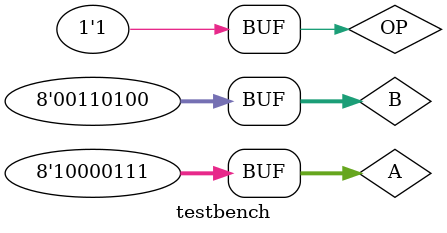
<source format=v>
`timescale 1ns/1ns
module testbench;
	
	reg	OP;
	reg	[7:0] A, B;
	wire	[15:0] result;

	mul_add mul_add_1(.OP(OP), .A(A), .B(B), .result(result) );
	
	initial begin
		OP = 1'b0; // 0, add
		A = 8'b10000111; // 8 + 7i
		B = 8'b00110100; // 3 + 4i
		#15 OP = 1'b1; // 1, mul
	end
endmodule
</source>
